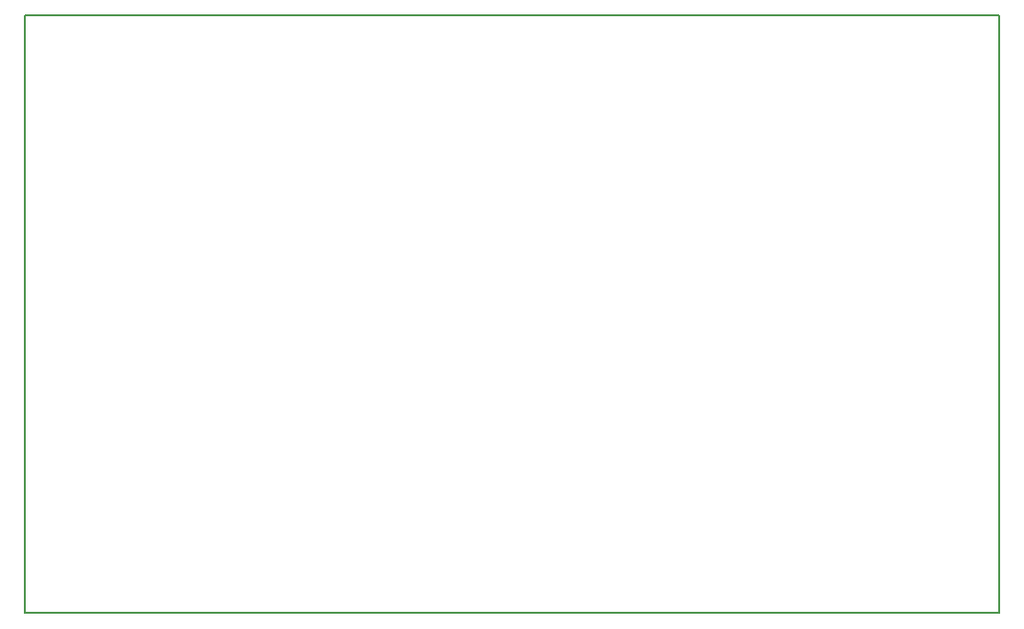
<source format=gm1>
G04 #@! TF.FileFunction,Profile,NP*
%FSLAX46Y46*%
G04 Gerber Fmt 4.6, Leading zero omitted, Abs format (unit mm)*
G04 Created by KiCad (PCBNEW 4.0.2+dfsg1-stable) date Mi 18 Jul 2018 07:31:42 CEST*
%MOMM*%
G01*
G04 APERTURE LIST*
%ADD10C,0.100000*%
%ADD11C,0.150000*%
G04 APERTURE END LIST*
D10*
D11*
X54700000Y-77000000D02*
X54700000Y-130000000D01*
X141000000Y-77000000D02*
X54700000Y-77000000D01*
X141000000Y-130000000D02*
X141000000Y-77000000D01*
X54700000Y-130000000D02*
X141000000Y-130000000D01*
M02*

</source>
